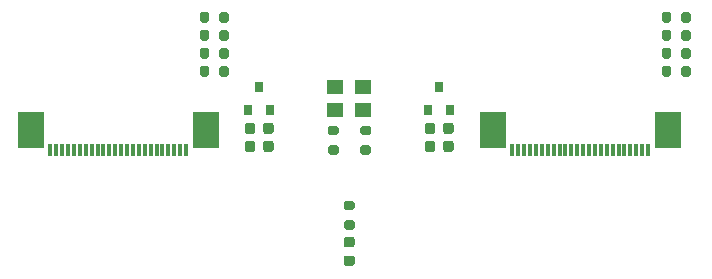
<source format=gbr>
%TF.GenerationSoftware,KiCad,Pcbnew,(5.1.8)-1*%
%TF.CreationDate,2020-12-05T14:41:01+08:00*%
%TF.ProjectId,DoubleCam,446f7562-6c65-4436-916d-2e6b69636164,rev?*%
%TF.SameCoordinates,Original*%
%TF.FileFunction,Paste,Top*%
%TF.FilePolarity,Positive*%
%FSLAX46Y46*%
G04 Gerber Fmt 4.6, Leading zero omitted, Abs format (unit mm)*
G04 Created by KiCad (PCBNEW (5.1.8)-1) date 2020-12-05 14:41:01*
%MOMM*%
%LPD*%
G01*
G04 APERTURE LIST*
%ADD10R,1.400000X1.200000*%
%ADD11R,0.800000X0.900000*%
%ADD12R,2.300000X3.100000*%
%ADD13R,0.300000X1.100000*%
G04 APERTURE END LIST*
%TO.C,C4*%
G36*
G01*
X172395000Y-78490000D02*
X172395000Y-78990000D01*
G75*
G02*
X172170000Y-79215000I-225000J0D01*
G01*
X171720000Y-79215000D01*
G75*
G02*
X171495000Y-78990000I0J225000D01*
G01*
X171495000Y-78490000D01*
G75*
G02*
X171720000Y-78265000I225000J0D01*
G01*
X172170000Y-78265000D01*
G75*
G02*
X172395000Y-78490000I0J-225000D01*
G01*
G37*
G36*
G01*
X173945000Y-78490000D02*
X173945000Y-78990000D01*
G75*
G02*
X173720000Y-79215000I-225000J0D01*
G01*
X173270000Y-79215000D01*
G75*
G02*
X173045000Y-78990000I0J225000D01*
G01*
X173045000Y-78490000D01*
G75*
G02*
X173270000Y-78265000I225000J0D01*
G01*
X173720000Y-78265000D01*
G75*
G02*
X173945000Y-78490000I0J-225000D01*
G01*
G37*
%TD*%
%TO.C,C3*%
G36*
G01*
X172395000Y-80014000D02*
X172395000Y-80514000D01*
G75*
G02*
X172170000Y-80739000I-225000J0D01*
G01*
X171720000Y-80739000D01*
G75*
G02*
X171495000Y-80514000I0J225000D01*
G01*
X171495000Y-80014000D01*
G75*
G02*
X171720000Y-79789000I225000J0D01*
G01*
X172170000Y-79789000D01*
G75*
G02*
X172395000Y-80014000I0J-225000D01*
G01*
G37*
G36*
G01*
X173945000Y-80014000D02*
X173945000Y-80514000D01*
G75*
G02*
X173720000Y-80739000I-225000J0D01*
G01*
X173270000Y-80739000D01*
G75*
G02*
X173045000Y-80514000I0J225000D01*
G01*
X173045000Y-80014000D01*
G75*
G02*
X173270000Y-79789000I225000J0D01*
G01*
X173720000Y-79789000D01*
G75*
G02*
X173945000Y-80014000I0J-225000D01*
G01*
G37*
%TD*%
%TO.C,C2*%
G36*
G01*
X157155000Y-78490000D02*
X157155000Y-78990000D01*
G75*
G02*
X156930000Y-79215000I-225000J0D01*
G01*
X156480000Y-79215000D01*
G75*
G02*
X156255000Y-78990000I0J225000D01*
G01*
X156255000Y-78490000D01*
G75*
G02*
X156480000Y-78265000I225000J0D01*
G01*
X156930000Y-78265000D01*
G75*
G02*
X157155000Y-78490000I0J-225000D01*
G01*
G37*
G36*
G01*
X158705000Y-78490000D02*
X158705000Y-78990000D01*
G75*
G02*
X158480000Y-79215000I-225000J0D01*
G01*
X158030000Y-79215000D01*
G75*
G02*
X157805000Y-78990000I0J225000D01*
G01*
X157805000Y-78490000D01*
G75*
G02*
X158030000Y-78265000I225000J0D01*
G01*
X158480000Y-78265000D01*
G75*
G02*
X158705000Y-78490000I0J-225000D01*
G01*
G37*
%TD*%
%TO.C,C1*%
G36*
G01*
X157155000Y-80014000D02*
X157155000Y-80514000D01*
G75*
G02*
X156930000Y-80739000I-225000J0D01*
G01*
X156480000Y-80739000D01*
G75*
G02*
X156255000Y-80514000I0J225000D01*
G01*
X156255000Y-80014000D01*
G75*
G02*
X156480000Y-79789000I225000J0D01*
G01*
X156930000Y-79789000D01*
G75*
G02*
X157155000Y-80014000I0J-225000D01*
G01*
G37*
G36*
G01*
X158705000Y-80014000D02*
X158705000Y-80514000D01*
G75*
G02*
X158480000Y-80739000I-225000J0D01*
G01*
X158030000Y-80739000D01*
G75*
G02*
X157805000Y-80514000I0J225000D01*
G01*
X157805000Y-80014000D01*
G75*
G02*
X158030000Y-79789000I225000J0D01*
G01*
X158480000Y-79789000D01*
G75*
G02*
X158705000Y-80014000I0J-225000D01*
G01*
G37*
%TD*%
D10*
%TO.C,X1*%
X166300000Y-77150000D03*
X163900000Y-77150000D03*
X163900000Y-75250000D03*
X166300000Y-75250000D03*
%TD*%
D11*
%TO.C,U2*%
X172720000Y-75200000D03*
X173670000Y-77200000D03*
X171770000Y-77200000D03*
%TD*%
%TO.C,R11*%
G36*
G01*
X164025000Y-79325000D02*
X163475000Y-79325000D01*
G75*
G02*
X163275000Y-79125000I0J200000D01*
G01*
X163275000Y-78725000D01*
G75*
G02*
X163475000Y-78525000I200000J0D01*
G01*
X164025000Y-78525000D01*
G75*
G02*
X164225000Y-78725000I0J-200000D01*
G01*
X164225000Y-79125000D01*
G75*
G02*
X164025000Y-79325000I-200000J0D01*
G01*
G37*
G36*
G01*
X164025000Y-80975000D02*
X163475000Y-80975000D01*
G75*
G02*
X163275000Y-80775000I0J200000D01*
G01*
X163275000Y-80375000D01*
G75*
G02*
X163475000Y-80175000I200000J0D01*
G01*
X164025000Y-80175000D01*
G75*
G02*
X164225000Y-80375000I0J-200000D01*
G01*
X164225000Y-80775000D01*
G75*
G02*
X164025000Y-80975000I-200000J0D01*
G01*
G37*
%TD*%
%TO.C,R10*%
G36*
G01*
X166775000Y-79331000D02*
X166225000Y-79331000D01*
G75*
G02*
X166025000Y-79131000I0J200000D01*
G01*
X166025000Y-78731000D01*
G75*
G02*
X166225000Y-78531000I200000J0D01*
G01*
X166775000Y-78531000D01*
G75*
G02*
X166975000Y-78731000I0J-200000D01*
G01*
X166975000Y-79131000D01*
G75*
G02*
X166775000Y-79331000I-200000J0D01*
G01*
G37*
G36*
G01*
X166775000Y-80981000D02*
X166225000Y-80981000D01*
G75*
G02*
X166025000Y-80781000I0J200000D01*
G01*
X166025000Y-80381000D01*
G75*
G02*
X166225000Y-80181000I200000J0D01*
G01*
X166775000Y-80181000D01*
G75*
G02*
X166975000Y-80381000I0J-200000D01*
G01*
X166975000Y-80781000D01*
G75*
G02*
X166775000Y-80981000I-200000J0D01*
G01*
G37*
%TD*%
%TO.C,R9*%
G36*
G01*
X164825000Y-86531000D02*
X165375000Y-86531000D01*
G75*
G02*
X165575000Y-86731000I0J-200000D01*
G01*
X165575000Y-87131000D01*
G75*
G02*
X165375000Y-87331000I-200000J0D01*
G01*
X164825000Y-87331000D01*
G75*
G02*
X164625000Y-87131000I0J200000D01*
G01*
X164625000Y-86731000D01*
G75*
G02*
X164825000Y-86531000I200000J0D01*
G01*
G37*
G36*
G01*
X164825000Y-84881000D02*
X165375000Y-84881000D01*
G75*
G02*
X165575000Y-85081000I0J-200000D01*
G01*
X165575000Y-85481000D01*
G75*
G02*
X165375000Y-85681000I-200000J0D01*
G01*
X164825000Y-85681000D01*
G75*
G02*
X164625000Y-85481000I0J200000D01*
G01*
X164625000Y-85081000D01*
G75*
G02*
X164825000Y-84881000I200000J0D01*
G01*
G37*
%TD*%
%TO.C,R8*%
G36*
G01*
X154095000Y-69617000D02*
X154095000Y-69067000D01*
G75*
G02*
X154295000Y-68867000I200000J0D01*
G01*
X154695000Y-68867000D01*
G75*
G02*
X154895000Y-69067000I0J-200000D01*
G01*
X154895000Y-69617000D01*
G75*
G02*
X154695000Y-69817000I-200000J0D01*
G01*
X154295000Y-69817000D01*
G75*
G02*
X154095000Y-69617000I0J200000D01*
G01*
G37*
G36*
G01*
X152445000Y-69617000D02*
X152445000Y-69067000D01*
G75*
G02*
X152645000Y-68867000I200000J0D01*
G01*
X153045000Y-68867000D01*
G75*
G02*
X153245000Y-69067000I0J-200000D01*
G01*
X153245000Y-69617000D01*
G75*
G02*
X153045000Y-69817000I-200000J0D01*
G01*
X152645000Y-69817000D01*
G75*
G02*
X152445000Y-69617000I0J200000D01*
G01*
G37*
%TD*%
%TO.C,R7*%
G36*
G01*
X153245000Y-70591000D02*
X153245000Y-71141000D01*
G75*
G02*
X153045000Y-71341000I-200000J0D01*
G01*
X152645000Y-71341000D01*
G75*
G02*
X152445000Y-71141000I0J200000D01*
G01*
X152445000Y-70591000D01*
G75*
G02*
X152645000Y-70391000I200000J0D01*
G01*
X153045000Y-70391000D01*
G75*
G02*
X153245000Y-70591000I0J-200000D01*
G01*
G37*
G36*
G01*
X154895000Y-70591000D02*
X154895000Y-71141000D01*
G75*
G02*
X154695000Y-71341000I-200000J0D01*
G01*
X154295000Y-71341000D01*
G75*
G02*
X154095000Y-71141000I0J200000D01*
G01*
X154095000Y-70591000D01*
G75*
G02*
X154295000Y-70391000I200000J0D01*
G01*
X154695000Y-70391000D01*
G75*
G02*
X154895000Y-70591000I0J-200000D01*
G01*
G37*
%TD*%
%TO.C,R6*%
G36*
G01*
X153245000Y-72115000D02*
X153245000Y-72665000D01*
G75*
G02*
X153045000Y-72865000I-200000J0D01*
G01*
X152645000Y-72865000D01*
G75*
G02*
X152445000Y-72665000I0J200000D01*
G01*
X152445000Y-72115000D01*
G75*
G02*
X152645000Y-71915000I200000J0D01*
G01*
X153045000Y-71915000D01*
G75*
G02*
X153245000Y-72115000I0J-200000D01*
G01*
G37*
G36*
G01*
X154895000Y-72115000D02*
X154895000Y-72665000D01*
G75*
G02*
X154695000Y-72865000I-200000J0D01*
G01*
X154295000Y-72865000D01*
G75*
G02*
X154095000Y-72665000I0J200000D01*
G01*
X154095000Y-72115000D01*
G75*
G02*
X154295000Y-71915000I200000J0D01*
G01*
X154695000Y-71915000D01*
G75*
G02*
X154895000Y-72115000I0J-200000D01*
G01*
G37*
%TD*%
%TO.C,R5*%
G36*
G01*
X153245000Y-73639000D02*
X153245000Y-74189000D01*
G75*
G02*
X153045000Y-74389000I-200000J0D01*
G01*
X152645000Y-74389000D01*
G75*
G02*
X152445000Y-74189000I0J200000D01*
G01*
X152445000Y-73639000D01*
G75*
G02*
X152645000Y-73439000I200000J0D01*
G01*
X153045000Y-73439000D01*
G75*
G02*
X153245000Y-73639000I0J-200000D01*
G01*
G37*
G36*
G01*
X154895000Y-73639000D02*
X154895000Y-74189000D01*
G75*
G02*
X154695000Y-74389000I-200000J0D01*
G01*
X154295000Y-74389000D01*
G75*
G02*
X154095000Y-74189000I0J200000D01*
G01*
X154095000Y-73639000D01*
G75*
G02*
X154295000Y-73439000I200000J0D01*
G01*
X154695000Y-73439000D01*
G75*
G02*
X154895000Y-73639000I0J-200000D01*
G01*
G37*
%TD*%
%TO.C,R4*%
G36*
G01*
X193211000Y-69617000D02*
X193211000Y-69067000D01*
G75*
G02*
X193411000Y-68867000I200000J0D01*
G01*
X193811000Y-68867000D01*
G75*
G02*
X194011000Y-69067000I0J-200000D01*
G01*
X194011000Y-69617000D01*
G75*
G02*
X193811000Y-69817000I-200000J0D01*
G01*
X193411000Y-69817000D01*
G75*
G02*
X193211000Y-69617000I0J200000D01*
G01*
G37*
G36*
G01*
X191561000Y-69617000D02*
X191561000Y-69067000D01*
G75*
G02*
X191761000Y-68867000I200000J0D01*
G01*
X192161000Y-68867000D01*
G75*
G02*
X192361000Y-69067000I0J-200000D01*
G01*
X192361000Y-69617000D01*
G75*
G02*
X192161000Y-69817000I-200000J0D01*
G01*
X191761000Y-69817000D01*
G75*
G02*
X191561000Y-69617000I0J200000D01*
G01*
G37*
%TD*%
%TO.C,R3*%
G36*
G01*
X192361000Y-70591000D02*
X192361000Y-71141000D01*
G75*
G02*
X192161000Y-71341000I-200000J0D01*
G01*
X191761000Y-71341000D01*
G75*
G02*
X191561000Y-71141000I0J200000D01*
G01*
X191561000Y-70591000D01*
G75*
G02*
X191761000Y-70391000I200000J0D01*
G01*
X192161000Y-70391000D01*
G75*
G02*
X192361000Y-70591000I0J-200000D01*
G01*
G37*
G36*
G01*
X194011000Y-70591000D02*
X194011000Y-71141000D01*
G75*
G02*
X193811000Y-71341000I-200000J0D01*
G01*
X193411000Y-71341000D01*
G75*
G02*
X193211000Y-71141000I0J200000D01*
G01*
X193211000Y-70591000D01*
G75*
G02*
X193411000Y-70391000I200000J0D01*
G01*
X193811000Y-70391000D01*
G75*
G02*
X194011000Y-70591000I0J-200000D01*
G01*
G37*
%TD*%
%TO.C,R2*%
G36*
G01*
X192361000Y-72115000D02*
X192361000Y-72665000D01*
G75*
G02*
X192161000Y-72865000I-200000J0D01*
G01*
X191761000Y-72865000D01*
G75*
G02*
X191561000Y-72665000I0J200000D01*
G01*
X191561000Y-72115000D01*
G75*
G02*
X191761000Y-71915000I200000J0D01*
G01*
X192161000Y-71915000D01*
G75*
G02*
X192361000Y-72115000I0J-200000D01*
G01*
G37*
G36*
G01*
X194011000Y-72115000D02*
X194011000Y-72665000D01*
G75*
G02*
X193811000Y-72865000I-200000J0D01*
G01*
X193411000Y-72865000D01*
G75*
G02*
X193211000Y-72665000I0J200000D01*
G01*
X193211000Y-72115000D01*
G75*
G02*
X193411000Y-71915000I200000J0D01*
G01*
X193811000Y-71915000D01*
G75*
G02*
X194011000Y-72115000I0J-200000D01*
G01*
G37*
%TD*%
%TO.C,R1*%
G36*
G01*
X192361000Y-73639000D02*
X192361000Y-74189000D01*
G75*
G02*
X192161000Y-74389000I-200000J0D01*
G01*
X191761000Y-74389000D01*
G75*
G02*
X191561000Y-74189000I0J200000D01*
G01*
X191561000Y-73639000D01*
G75*
G02*
X191761000Y-73439000I200000J0D01*
G01*
X192161000Y-73439000D01*
G75*
G02*
X192361000Y-73639000I0J-200000D01*
G01*
G37*
G36*
G01*
X194011000Y-73639000D02*
X194011000Y-74189000D01*
G75*
G02*
X193811000Y-74389000I-200000J0D01*
G01*
X193411000Y-74389000D01*
G75*
G02*
X193211000Y-74189000I0J200000D01*
G01*
X193211000Y-73639000D01*
G75*
G02*
X193411000Y-73439000I200000J0D01*
G01*
X193811000Y-73439000D01*
G75*
G02*
X194011000Y-73639000I0J-200000D01*
G01*
G37*
%TD*%
D12*
%TO.C,J2*%
X138122000Y-78898000D03*
X152962000Y-78898000D03*
D13*
X139792000Y-80598000D03*
X140292000Y-80598000D03*
X140792000Y-80598000D03*
X141292000Y-80598000D03*
X141792000Y-80598000D03*
X142292000Y-80598000D03*
X142792000Y-80598000D03*
X143292000Y-80598000D03*
X143792000Y-80598000D03*
X144292000Y-80598000D03*
X144792000Y-80598000D03*
X145292000Y-80598000D03*
X145792000Y-80598000D03*
X146292000Y-80598000D03*
X146792000Y-80598000D03*
X147292000Y-80598000D03*
X147792000Y-80598000D03*
X148292000Y-80598000D03*
X148792000Y-80598000D03*
X149292000Y-80598000D03*
X149792000Y-80598000D03*
X150292000Y-80598000D03*
X150792000Y-80598000D03*
X151292000Y-80598000D03*
%TD*%
D12*
%TO.C,J1*%
X177238000Y-78898000D03*
X192078000Y-78898000D03*
D13*
X178908000Y-80598000D03*
X179408000Y-80598000D03*
X179908000Y-80598000D03*
X180408000Y-80598000D03*
X180908000Y-80598000D03*
X181408000Y-80598000D03*
X181908000Y-80598000D03*
X182408000Y-80598000D03*
X182908000Y-80598000D03*
X183408000Y-80598000D03*
X183908000Y-80598000D03*
X184408000Y-80598000D03*
X184908000Y-80598000D03*
X185408000Y-80598000D03*
X185908000Y-80598000D03*
X186408000Y-80598000D03*
X186908000Y-80598000D03*
X187408000Y-80598000D03*
X187908000Y-80598000D03*
X188408000Y-80598000D03*
X188908000Y-80598000D03*
X189408000Y-80598000D03*
X189908000Y-80598000D03*
X190408000Y-80598000D03*
%TD*%
%TO.C,D1*%
G36*
G01*
X165356250Y-88804000D02*
X164843750Y-88804000D01*
G75*
G02*
X164625000Y-88585250I0J218750D01*
G01*
X164625000Y-88147750D01*
G75*
G02*
X164843750Y-87929000I218750J0D01*
G01*
X165356250Y-87929000D01*
G75*
G02*
X165575000Y-88147750I0J-218750D01*
G01*
X165575000Y-88585250D01*
G75*
G02*
X165356250Y-88804000I-218750J0D01*
G01*
G37*
G36*
G01*
X165356250Y-90379000D02*
X164843750Y-90379000D01*
G75*
G02*
X164625000Y-90160250I0J218750D01*
G01*
X164625000Y-89722750D01*
G75*
G02*
X164843750Y-89504000I218750J0D01*
G01*
X165356250Y-89504000D01*
G75*
G02*
X165575000Y-89722750I0J-218750D01*
G01*
X165575000Y-90160250D01*
G75*
G02*
X165356250Y-90379000I-218750J0D01*
G01*
G37*
%TD*%
D11*
%TO.C,U1*%
X157480000Y-75200000D03*
X158430000Y-77200000D03*
X156530000Y-77200000D03*
%TD*%
M02*

</source>
